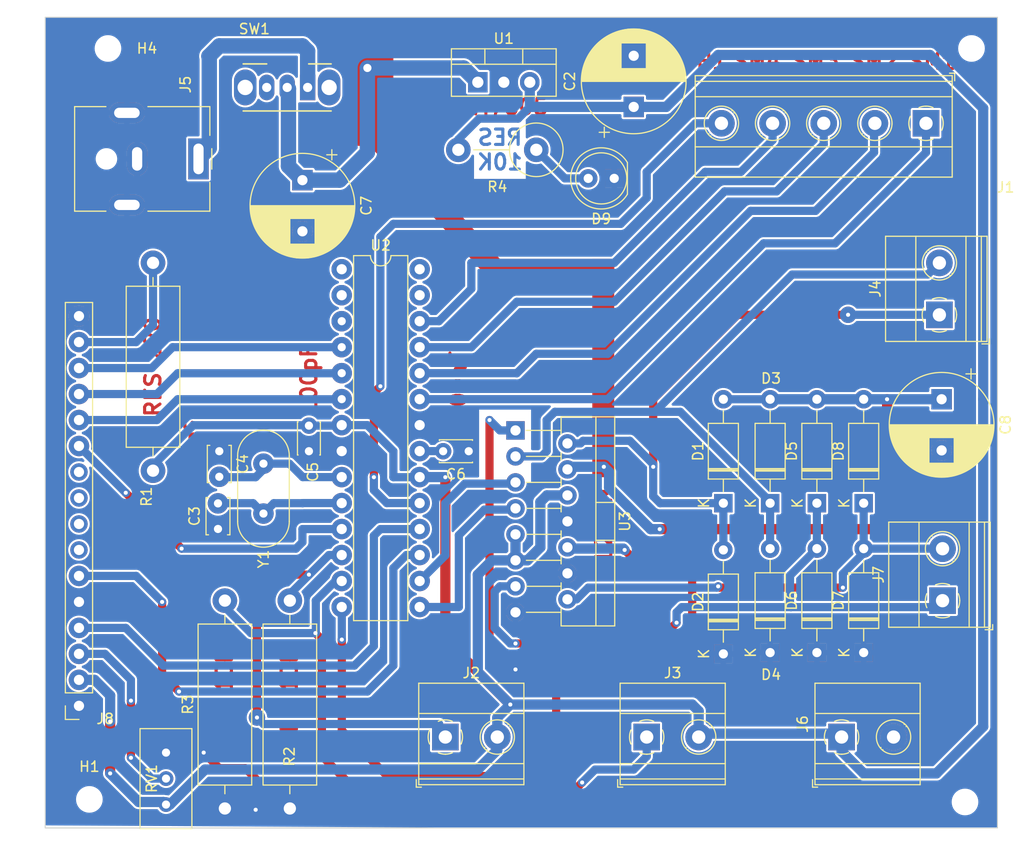
<source format=kicad_pcb>
(kicad_pcb (version 20211014) (generator pcbnew)
  (layers (0 "F.Cu" signal) (31 "B.Cu" signal) (34 "B.Paste" user) (35 "F.Paste" user) (36 "B.SilkS" user "B.Silkscreen") (37 "F.SilkS" user "F.Silkscreen") (38 "B.Mask" user) (39 "F.Mask" user) (44 "Edge.Cuts" user))
  (net 0 "")
  (net 1 "GND")
  (net 2 "+5V")
  (net 3 "D7")
  (net 4 "D6")
  (net 5 "D5")
  (net 6 "D4")
  (net 7 "EN")
  (net 8 "RS")
  (net 9 "+12V")
  (net 10 "Pump")
  (net 11 "Net-(J8-Pad3)")
  (net 16 "Net-(J8-Pad15)")
  (net 19 "Net-(D3-Pad1)")
  (net 20 "H1")
  (net 21 "S1")
  (net 22 "S2")
  (net 23 "S3")
  (net 24 "S4")
  (net 27 "PB7")
  (net 28 "PB6")
  (net 29 "Net-(C6-Pad2)")
  (net 30 "Net-(D5-Pad1)")
  (net 31 "Net-(D1-Pad1)")
  (net 32 "O.L.S")
  (net 33 "C.L.S")
  (net 34 "Net-(D7-Pad2)")
  (net 35 "Motor2")
  (net 36 "Motor1")
  (net 37 "Net-(J5-Pad1)")
  (net 38 "Net-(D9-Pad2)")
  (footprint "TerminalBlock_Phoenix:TerminalBlock_Phoenix_MKDS-1,5-5_1x05_P5.00mm_Horizontal" (layer "F.Cu") (at 203.2 54.305 180)
    (fp_text reference "J1")
    (fp_text value "Screw_Terminal_01x05")
  )
  (footprint "Capacitor_THT:C_Disc_D3.4mm_W2.1mm_P2.50mm" (layer "F.Cu") (at 134.112 86.36 -90)
    (fp_text reference "C4")
    (fp_text value "22pf")
  )
  (footprint "Resistor_THT:R_Axial_DIN0516_L15.5mm_D5.0mm_P20.32mm_Horizontal" (layer "F.Cu") (at 127.635 88.265 90)
    (fp_text reference "R1")
    (fp_text value "220")
  )
  (footprint "MountingHole:MountingHole_2.1mm" (layer "F.Cu") (at 123.23 46.99)
    (fp_text reference "H4")
    (fp_text value "MountingHole")
  )
  (footprint "Resistor_THT:R_Axial_DIN0516_L15.5mm_D5.0mm_P20.32mm_Horizontal" (layer "F.Cu") (at 141.01 121.285 90)
    (fp_text reference "R2")
    (fp_text value "10K")
  )
  (footprint "TerminalBlock_Phoenix:TerminalBlock_Phoenix_MKDS-1,5-2-5.08_1x02_P5.08mm_Horizontal" (layer "F.Cu") (at 156.21 114.3)
    (fp_text reference "J2")
    (fp_text value "Open limit switch")
  )
  (footprint "Diode_THT:D_A-405_P10.16mm_Horizontal" (layer "F.Cu") (at 197.104 106.045 90)
    (fp_text reference "D7")
    (fp_text value "DIODE")
  )
  (footprint "Resistor_THT:R_Axial_DIN0516_L15.5mm_D5.0mm_P20.32mm_Horizontal" (layer "F.Cu") (at 134.66 121.285 90)
    (fp_text reference "R3")
    (fp_text value "10K")
  )
  (footprint "Diode_THT:D_A-405_P10.16mm_Horizontal" (layer "F.Cu") (at 192.532 91.44 90)
    (fp_text reference "D5")
    (fp_text value "DIODE")
  )
  (footprint "Diode_THT:D_A-405_P10.16mm_Horizontal" (layer "F.Cu") (at 192.532 106.045 90)
    (fp_text reference "D6")
    (fp_text value "DIODE")
  )
  (footprint "Capacitor_THT:CP_Radial_D10.0mm_P5.00mm" (layer "F.Cu") (at 142.24 59.862323 -90)
    (fp_text reference "C7")
    (fp_text value "47uF")
  )
  (footprint "Crystal:Crystal_HC49-4H_Vertical" (layer "F.Cu") (at 138.43 92.456 90)
    (fp_text reference "Y1")
    (fp_text value "Crystal")
  )
  (footprint "Diode_THT:D_A-405_P10.16mm_Horizontal" (layer "F.Cu") (at 187.96 91.44 90)
    (fp_text reference "D3")
    (fp_text value "DIODE")
  )
  (footprint "TerminalBlock_Phoenix:TerminalBlock_Phoenix_MKDS-1,5-2-5.08_1x02_P5.08mm_Horizontal" (layer "F.Cu") (at 175.895 114.3)
    (fp_text reference "J3")
    (fp_text value "Close limit switch")
  )
  (footprint "Connector_BarrelJack:BarrelJack_CUI_PJ-063AH_Horizontal" (layer "F.Cu") (at 132.08 57.785 -90)
    (fp_text reference "J5")
    (fp_text value "Barrel_Jack_MountingPin")
  )
  (footprint "Capacitor_THT:C_Disc_D3.0mm_W2.0mm_P2.50mm" (layer "F.Cu") (at 142.875 86.36 90)
    (fp_text reference "C5")
    (fp_text value "100nF")
  )
  (footprint "Capacitor_THT:C_Disc_D3.0mm_W2.0mm_P2.50mm" (layer "F.Cu") (at 158.496 86.36 180)
    (fp_text reference "C6")
    (fp_text value "100nF")
  )
  (footprint "Diode_THT:D_A-405_P10.16mm_Horizontal" (layer "F.Cu") (at 197.104 91.44 90)
    (fp_text reference "D8")
    (fp_text value "DIODE")
  )
  (footprint "TerminalBlock_Phoenix:TerminalBlock_Phoenix_MKDS-1,5-2-5.08_1x02_P5.08mm_Horizontal" (layer "F.Cu") (at 204.505 73.03 90)
    (fp_text reference "J4")
    (fp_text value "MOTOR")
  )
  (footprint "Package_DIP:DIP-28_W7.62mm" (layer "F.Cu") (at 146.08 68.57)
    (fp_text reference "U2")
    (fp_text value "ATmega328P-P")
  )
  (footprint "LED_THT:LED_D5.0mm" (layer "F.Cu") (at 172.72 59.69 180)
    (fp_text reference "D9")
    (fp_text value "LED")
  )
  (footprint "Potentiometer_THT:Potentiometer_Bourns_3296W_Vertical" (layer "F.Cu") (at 128.905 120.904 -90)
    (fp_text reference "RV1")
    (fp_text value "R_Potentiometer")
  )
  (footprint "Diode_THT:D_A-405_P10.16mm_Horizontal" (layer "F.Cu") (at 187.96 106.045 90)
    (fp_text reference "D4")
    (fp_text value "DIODE")
  )
  (footprint "Diode_THT:D_A-405_P10.16mm_Horizontal" (layer "F.Cu") (at 183.388 106.172 90)
    (fp_text reference "D2")
    (fp_text value "DIODE")
  )
  (footprint "Capacitor_THT:CP_Radial_D10.0mm_P5.00mm" (layer "F.Cu") (at 204.724 81.28 -90)
    (fp_text reference "C8")
    (fp_text value "10uF")
  )
  (footprint "Resistor_THT:R_Axial_DIN0516_L15.5mm_D5.0mm_P7.62mm_Vertical" (layer "F.Cu") (at 165.1 56.896 180)
    (fp_text reference "R4")
    (fp_text value "10K")
  )
  (footprint "TerminalBlock_Phoenix:TerminalBlock_Phoenix_MKDS-1,5-2-5.08_1x02_P5.08mm_Horizontal" (layer "F.Cu") (at 204.815 100.97 90)
    (fp_text reference "J7")
    (fp_text value "PUMP")
  )
  (footprint "MountingHole:MountingHole_2.1mm" (layer "F.Cu") (at 207.645 46.99)
    (fp_text reference "H3")
    (fp_text value "MountingHole")
  )
  (footprint "Capacitor_THT:CP_Radial_D10.0mm_P5.00mm" (layer "F.Cu") (at 174.625 52.705 90)
    (fp_text reference "C2")
    (fp_text value "47uF")
  )
  (footprint "Diode_THT:D_A-405_P10.16mm_Horizontal" (layer "F.Cu") (at 183.388 91.44 90)
    (fp_text reference "D1")
    (fp_text value "DIODE")
  )
  (footprint "Package_TO_SOT_THT:TO-220-15_P2.54x2.54mm_StaggerOdd_Lead4.58mm_Vertical" (layer "F.Cu") (at 163.068 84.328 -90)
    (fp_text reference "U3")
    (fp_text value "L298N")
  )
  (footprint "Connector_PinSocket_2.54mm:PinSocket_1x16_P2.54mm_Vertical" (layer "F.Cu") (at 120.396 111.252 180)
    (fp_text reference "J8")
    (fp_text value "Conn_01x16_Female")
  )
  (footprint "Capacitor_THT:C_Disc_D3.4mm_W2.1mm_P2.50mm" (layer "F.Cu") (at 133.985 93.96 90)
    (fp_text reference "C3")
    (fp_text value "22pf")
  )
  (footprint "MountingHole:MountingHole_2.1mm" (layer "F.Cu") (at 121.412 120.396)
    (fp_text reference "H1")
    (fp_text value "MountingHole")
  )
  (footprint "TerminalBlock_Phoenix:TerminalBlock_Phoenix_MKDS-1,5-2-5.08_1x02_P5.08mm_Horizontal" (layer "F.Cu") (at 194.945 114.3)
    (fp_text reference "J6")
    (fp_text value "SENSOR POWER")
  )
  (footprint "MountingHole:MountingHole_2.1mm" (layer "F.Cu") (at 207.01 120.65)
    (fp_text reference "H2")
    (fp_text value "MountingHole")
  )
  (footprint "Package_TO_SOT_THT:TO-220-3_Vertical" (layer "F.Cu") (at 159.385 50.292)
    (fp_text reference "U1")
    (fp_text value "LM78M05_TO220")
  )
  (footprint "Button_Switch_THT:SW_CuK_OS102011MA1QN1_SPDT_Angled" (layer "F.Cu") (at 142.748 50.8 180)
    (fp_text reference "SW1")
    (fp_text value "SW_DIP_x01")
  )
  (gr_rect (start 117.094 43.942) (end 210.185 123.19) (layer "Edge.Cuts") (width 0.1) (fill none))
  (gr_text "100pF\n" (at 142.875 79.375 90) (layer "F.Cu") (effects (font (size 1.5 1.5) (thickness 0.3))))
  (gr_text "SM3\n" (at 192.405 48.26) (layer "F.Cu") (effects (font (size 1.5 1.5) (thickness 0.3))))
  (gr_text "O.L.S\n" (at 159.385 121.92) (layer "F.Cu") (effects (font (size 1.5 1.5) (thickness 0.3))))
  (gr_text "RES 10K" (at 134.62 110.49 90) (layer "F.Cu") (effects (font (size 1.5 1.5) (thickness 0.3))))
  (gr_text "CAP\n47uF\n" (at 170.18 49.53) (layer "F.Cu") (effects (font (size 1.5 1.5) (thickness 0.3))))
  (gr_text "RES 220\n" (at 127.635 78.105 90) (layer "F.Cu") (effects (font (size 1.5 1.5) (thickness 0.3))))
  (gr_text "H1\n" (at 182.245 48.26) (layer "F.Cu") (effects (font (size 1.5 1.5) (thickness 0.3))))
  (gr_text "CAP\n47uF\n" (at 137.795 62.23) (layer "F.Cu") (effects (font (size 1.5 1.5) (thickness 0.3))))
  (gr_text "C.L.S\n" (at 178.308 121.412) (layer "F.Cu") (effects (font (size 1.5 1.5) (thickness 0.3))))
  (gr_text "100nF\n" (at 157.48 80.01 90) (layer "F.Cu") (effects (font (size 1.5 1.5) (thickness 0.3))))
  (gr_text "SM1\n" (at 203.835 48.26) (layer "F.Cu") (effects (font (size 1.5 1.5) (thickness 0.3))))
  (gr_text "22pF\n" (at 131.572 85.852 90) (layer "F.Cu") (effects (font (size 1.5 1.5) (thickness 0.3))))
  (gr_text "PUMP" (at 204.724 105.664 180) (layer "F.Cu") (effects (font (size 1.5 1.5) (thickness 0.3))))
  (gr_text "SM2\n" (at 198.12 48.26) (layer "F.Cu") (effects (font (size 1.5 1.5) (thickness 0.3))))
  (gr_text "CAP\n10uF\n" (at 203.2 90.932 180) (layer "F.Cu") (effects (font (size 1.5 1.5) (thickness 0.3))))
  (gr_text "LM7805\n" (at 161.925 52.705) (layer "F.Cu") (effects (font (size 1.5 1.5) (thickness 0.3))))
  (gr_text "SENSOR POWER\n" (at 195.58 121.92) (layer "F.Cu") (effects (font (size 1.5 1.5) (thickness 0.3))))
  (gr_text "MOTOR\n" (at 204.47 63.5) (layer "F.Cu") (effects (font (size 1.5 1.5) (thickness 0.3))))
  (gr_text "RES 10K" (at 140.97 110.49 90) (layer "F.Cu") (effects (font (size 1.5 1.5) (thickness 0.3))))
  (gr_text "L298N\n" (at 171.704 93.472 90) (layer "F.Cu") (effects (font (size 1.5 1.5) (thickness 0.3))))
  (gr_text "22pF\n" (at 131.572 92.456 90) (layer "F.Cu") (effects (font (size 1.5 1.5) (thickness 0.3))))
  (gr_text "SM4" (at 186.69 48.26) (layer "F.Cu") (effects (font (size 1.5 1.5) (thickness 0.3))))
  (gr_text "RES\n10K" (at 161.544 56.896) (layer "B.Cu") (effects (font (size 1.5 1.5) (thickness 0.3)) (justify mirror)))
  (segment (start 160.528 105.156) (end 160.528 83.312) (width 0.8) (layer "F.Cu") (net 1))
  (segment (start 136.652 117.348) (end 137.668 118.364) (width 0.8) (layer "F.Cu") (net 1))
  (segment (start 132.588 115.824) (end 134.112 117.348) (width 0.8) (layer "F.Cu") (net 1))
  (segment (start 163.068 107.696) (end 160.528 105.156) (width 0.8) (layer "F.Cu") (net 1))
  (segment (start 137.668 118.364) (end 137.668 121.412) (width 0.8) (layer "F.Cu") (net 1))
  (segment (start 134.112 117.348) (end 136.652 117.348) (width 0.8) (layer "F.Cu") (net 1))
  (via (at 163.068 107.696) (size 0.8) (drill 0.4) (layers "F.Cu" "B.Cu") (net 1))
  (via (at 160.528 83.312) (size 0.8) (drill 0.4) (layers "F.Cu" "B.Cu") (net 1))
  (via (at 132.588 115.824) (size 0.8) (drill 0.4) (layers "F.Cu" "B.Cu") (net 1))
  (via (at 137.668 121.412) (size 0.8) (drill 0.4) (layers "F.Cu" "B.Cu") (net 1))
  (segment (start 163.068 107.696) (end 164.592 107.696) (width 0.8) (layer "B.Cu") (net 1))
  (segment (start 133.584 93.96) (end 133.985 93.96) (width 1) (layer "B.Cu") (net 1))
  (segment (start 164.592 107.696) (end 165.1 107.188) (width 0.8) (layer "B.Cu") (net 1))
  (segment (start 137.541 121.285) (end 137.668 121.412) (width 0.8) (layer "B.Cu") (net 1))
  (segment (start 161.544 84.328) (end 160.528 83.312) (width 0.8) (layer "B.Cu") (net 1))
  (segment (start 165.1 103.124) (end 164.084 102.108) (width 0.8) (layer "B.Cu") (net 1))
  (segment (start 165.1 107.188) (end 165.1 103.124) (width 0.8) (layer "B.Cu") (net 1))
  (segment (start 134.66 121.285) (end 137.541 121.285) (width 0.8) (layer "B.Cu") (net 1))
  (segment (start 164.084 102.108) (end 163.068 102.108) (width 0.8) (layer "B.Cu") (net 1))
  (segment (start 163.068 84.328) (end 161.544 84.328) (width 0.8) (layer "B.Cu") (net 1))
  (segment (start 132.588 115.824) (end 128.905 115.824) (width 0.8) (layer "B.Cu") (net 1))
  (segment (start 156.21 88.9) (end 156.21 104.775) (width 1) (layer "F.Cu") (net 2))
  (segment (start 156.21 104.775) (end 162.56 111.125) (width 1) (layer "F.Cu") (net 2))
  (segment (start 123.444 112.776) (end 123.444 117.856) (width 1) (layer "F.Cu") (net 2))
  (via (at 123.444 117.856) (size 0.8) (drill 0.4) (layers "F.Cu" "B.Cu") (net 2))
  (via (at 123.444 112.776) (size 0.8) (drill 0.4) (layers "F.Cu" "B.Cu") (net 2))
  (via (at 162.56 111.125) (size 0.8) (drill 0.4) (layers "F.Cu" "B.Cu") (net 2))
  (via (at 156.21 88.9) (size 0.8) (drill 0.4) (layers "F.Cu" "B.Cu") (net 2))
  (segment (start 131.572 83.82) (end 142.835 83.82) (width 0.8) (layer "B.Cu") (net 2))
  (segment (start 159.512 53.848) (end 163.322 53.848) (width 0.8) (layer "B.Cu") (net 2))
  (segment (start 194.945 115.697) (end 197.104 117.856) (width 1) (layer "B.Cu") (net 2))
  (segment (start 159.385 107.95) (end 162.56 111.125) (width 1) (layer "B.Cu") (net 2))
  (segment (start 146.08 83.81) (end 148.58 83.81) (width 0.8) (layer "B.Cu") (net 2))
  (segment (start 161.29 115.57) (end 159.385 117.475) (width 1) (layer "B.Cu") (net 2))
  (segment (start 208.788 52.832) (end 208.788 81.28) (width 1) (layer "B.Cu") (net 2))
  (segment (start 163.322 53.848) (end 164.465 52.705) (width 0.8) (layer "B.Cu") (net 2))
  (segment (start 181.305 113.97) (end 180.975 114.3) (width 0.8) (layer "B.Cu") (net 2))
  (segment (start 161.29 114.3) (end 161.29 112.395) (width 1) (layer "B.Cu") (net 2))
  (segment (start 157.48 56.896) (end 157.48 55.88) (width 0.8) (layer "B.Cu") (net 2))
  (segment (start 194.945 114.3) (end 194.615 113.97) (width 0.8) (layer "B.Cu") (net 2))
  (segment (start 146.03 83.86) (end 146.08 83.81) (width 0.8) (layer "B.Cu") (net 2))
  (segment (start 159.385 117.475) (end 132.715 117.475) (width 1) (layer "B.Cu") (net 2))
  (segment (start 142.835 83.82) (end 142.875 83.86) (width 0.8) (layer "B.Cu") (net 2))
  (segment (start 180.34 111.125) (end 180.975 111.76) (width 1) (layer "B.Cu") (net 2))
  (segment (start 132.715 117.475) (end 129.286 120.904) (width 1) (layer "B.Cu") (net 2))
  (segment (start 163.068 97.028) (end 164.233 97.028) (width 1) (layer "B.Cu") (net 2))
  (segment (start 168.148 90.678) (end 168.402 90.932) (width 1) (layer "B.Cu") (net 2))
  (segment (start 208.788 113.284) (end 208.788 81.28) (width 1) (layer "B.Cu") (net 2))
  (segment (start 194.615 113.97) (end 181.305 113.97) (width 1) (layer "B.Cu") (net 2))
  (segment (start 180.975 111.76) (end 180.975 114.3) (width 1) (layer "B.Cu") (net 2))
  (segment (start 159.385 98.425) (end 159.385 107.95) (width 1) (layer "B.Cu") (net 2))
  (segment (start 204.216 117.856) (end 208.788 113.284) (width 1) (layer "B.Cu") (net 2))
  (segment (start 151.13 86.36) (end 151.13 88.9) (width 0.8) (layer "B.Cu") (net 2))
  (segment (start 160.782 97.028) (end 159.385 98.425) (width 1) (layer "B.Cu") (net 2))
  (segment (start 163.068 97.028) (end 160.782 97.028) (width 1) (layer "B.Cu") (net 2))
  (segment (start 174.625 52.705) (end 177.8 52.705) (width 1) (layer "B.Cu") (net 2))
  (segment (start 157.48 55.88) (end 159.512 53.848) (width 0.8) (layer "B.Cu") (net 2))
  (segment (start 126.238 120.65) (end 128.651 120.65) (width 1) (layer "B.Cu") (net 2))
  (segment (start 182.88 47.625) (end 203.581 47.625) (width 1) (layer "B.Cu") (net 2))
  (segment (start 177.8 52.705) (end 182.88 47.625) (width 1) (layer "B.Cu") (net 2))
  (segment (start 128.651 120.65) (end 128.905 120.904) (width 1) (layer "B.Cu") (net 2))
  (segment (start 164.465 52.705) (end 174.625 52.705) (width 1) (layer "B.Cu") (net 2))
  (segment (start 127.635 87.757) (end 131.572 83.82) (width 0.8) (layer "B.Cu") (net 2))
  (segment (start 156.2 88.89) (end 153.7 88.89) (width 1) (layer "B.Cu") (net 2))
  (segment (start 127.635 88.265) (end 127.635 87.757) (width 0.8) (layer "B.Cu") (net 2))
  (segment (start 164.233 97.028) (end 165.498 95.763) (width 1) (layer "B.Cu") (net 2))
  (segment (start 153.69 88.9) (end 153.7 88.89) (width 0.8) (layer "B.Cu") (net 2))
  (segment (start 164.465 50.292) (end 164.465 52.705) (width 1) (layer "B.Cu") (net 2))
  (segment (start 156.21 88.9) (end 156.2 88.89) (width 0.8) (layer "B.Cu") (net 2))
  (segment (start 166.138 90.678) (end 168.148 90.678) (width 1) (layer "B.Cu") (net 2))
  (segment (start 123.444 112.776) (end 123.444 110.236) (width 1) (layer "B.Cu") (net 2))
  (segment (start 165.498 95.763) (end 165.498 91.318) (width 1) (layer "B.Cu") (net 2))
  (segment (start 165.498 91.318) (end 166.138 90.678) (width 1) (layer "B.Cu") (net 2))
  (segment (start 161.29 114.3) (end 161.29 115.57) (width 1) (layer "B.Cu") (net 2))
  (segment (start 123.444 110.236) (end 121.92 108.712) (width 1) (layer "B.Cu") (net 2))
  (segment (start 161.29 112.395) (end 162.56 111.125) (width 1) (layer "B.Cu") (net 2))
  (segment (start 163.068 97.028) (end 163.068 94.488) (width 1) (layer "B.Cu") (net 2))
  (segment (start 123.444 117.856) (end 126.238 120.65) (width 1) (layer "B.Cu") (net 2))
  (segment (start 129.286 120.904) (end 128.905 120.904) (width 1) (layer "B.Cu") (net 2))
  (segment (start 151.13 88.9) (end 153.69 88.9) (width 0.8) (layer "B.Cu") (net 2))
  (segment (start 148.58 83.81) (end 151.13 86.36) (width 0.8) (layer "B.Cu") (net 2))
  (segment (start 203.581 47.625) (end 208.788 52.832) (width 1) (layer "B.Cu") (net 2))
  (segment (start 194.945 114.3) (end 194.945 115.697) (width 1) (layer "B.Cu") (net 2))
  (segment (start 142.875 83.86) (end 146.03 83.86) (width 0.8) (layer "B.Cu") (net 2))
  (segment (start 197.104 117.856) (end 204.216 117.856) (width 1) (layer "B.Cu") (net 2))
  (segment (start 162.56 111.125) (end 180.34 111.125) (width 1) (layer "B.Cu") (net 2))
  (segment (start 121.92 108.712) (end 120.396 108.712) (width 1) (layer "B.Cu") (net 2))
  (segment (start 127.508 78.232) (end 129.55 76.19) (width 0.8) (layer "B.Cu") (net 3))
  (segment (start 120.396 78.232) (end 127.508 78.232) (width 0.8) (layer "B.Cu") (net 3))
  (segment (start 129.55 76.19) (end 146.08 76.19) (width 0.8) (layer "B.Cu") (net 3))
  (segment (start 130.048 78.74) (end 146.07 78.74) (width 0.8) (layer "B.Cu") (net 4))
  (segment (start 146.07 78.74) (end 146.08 78.73) (width 0.8) (layer "B.Cu") (net 4))
  (segment (start 120.396 80.772) (end 128.016 80.772) (width 0.8) (layer "B.Cu") (net 4))
  (segment (start 128.016 80.772) (end 130.048 78.74) (width 0.8) (layer "B.Cu") (net 4))
  (segment (start 128.016 83.312) (end 130.048 81.28) (width 0.8) (layer "B.Cu") (net 5))
  (segment (start 120.396 83.312) (end 128.016 83.312) (width 0.8) (layer "B.Cu") (net 5))
  (segment (start 130.048 81.28) (end 146.07 81.28) (width 0.8) (layer "B.Cu") (net 5))
  (segment (start 146.07 81.28) (end 146.08 81.27) (width 0.8) (layer "B.Cu") (net 5))
  (segment (start 124.968 90.424) (end 130.429 95.885) (width 0.8) (layer "F.Cu") (net 6))
  (via (at 124.968 90.424) (size 0.8) (drill 0.4) (layers "F.Cu" "B.Cu") (net 6))
  (via (at 130.429 95.885) (size 0.8) (drill 0.4) (layers "F.Cu" "B.Cu") (net 6))
  (segment (start 120.396 85.852) (end 124.968 90.424) (width 0.8) (layer "B.Cu") (net 6))
  (segment (start 141.605 95.885) (end 142.24 95.25) (width 0.8) (layer "B.Cu") (net 6))
  (segment (start 130.429 95.885) (end 141.605 95.885) (width 0.8) (layer "B.Cu") (net 6))
  (segment (start 142.24 93.98) (end 142.25 93.97) (width 0.8) (layer "B.Cu") (net 6))
  (segment (start 142.25 93.97) (end 146.08 93.97) (width 0.8) (layer "B.Cu") (net 6))
  (segment (start 142.24 95.25) (end 142.24 93.98) (width 0.8) (layer "B.Cu") (net 6))
  (segment (start 128.524 101.092) (end 128.524 108.204) (width 0.8) (layer "F.Cu") (net 7))
  (segment (start 128.524 108.204) (end 130.175 109.855) (width 0.8) (layer "F.Cu") (net 7))
  (via (at 128.524 101.092) (size 0.8) (drill 0.4) (layers "F.Cu" "B.Cu") (net 7))
  (via (at 130.175 109.855) (size 0.8) (drill 0.4) (layers "F.Cu" "B.Cu") (net 7))
  (segment (start 125.984 98.552) (end 120.396 98.552) (width 0.8) (layer "B.Cu") (net 7))
  (segment (start 128.524 101.092) (end 125.984 98.552) (width 0.8) (layer "B.Cu") (net 7))
  (segment (start 152.41 96.51) (end 153.7 96.51) (width 0.8) (layer "B.Cu") (net 7))
  (segment (start 151.13 107.315) (end 151.13 97.79) (width 0.8) (layer "B.Cu") (net 7))
  (segment (start 148.59 109.855) (end 151.13 107.315) (width 0.8) (layer "B.Cu") (net 7))
  (segment (start 130.175 109.855) (end 148.59 109.855) (width 0.8) (layer "B.Cu") (net 7))
  (segment (start 151.13 97.79) (end 152.41 96.51) (width 0.8) (layer "B.Cu") (net 7))
  (segment (start 149.87 93.97) (end 153.7 93.97) (width 0.8) (layer "B.Cu") (net 8))
  (segment (start 149.225 105.41) (end 149.225 94.615) (width 0.8) (layer "B.Cu") (net 8))
  (segment (start 128.651 107.315) (end 147.32 107.315) (width 0.8) (layer "B.Cu") (net 8))
  (segment (start 147.32 107.315) (end 149.225 105.41) (width 0.8) (layer "B.Cu") (net 8))
  (segment (start 149.225 94.615) (end 149.87 93.97) (width 0.8) (layer "B.Cu") (net 8))
  (segment (start 124.968 103.632) (end 128.651 107.315) (width 0.8) (layer "B.Cu") (net 8))
  (segment (start 120.396 103.632) (end 124.968 103.632) (width 0.8) (layer "B.Cu") (net 8))
  (segment (start 199.39 93.98) (end 177.165 93.98) (width 1) (layer "F.Cu") (net 9))
  (segment (start 199.39 81.28) (end 199.39 93.98) (width 1) (layer "F.Cu") (net 9))
  (via (at 177.165 93.98) (size 0.8) (drill 0.4) (layers "F.Cu" "B.Cu") (net 9))
  (via (at 148.59 48.895) (size 1.5) (drill 0.8) (layers "F.Cu" "B.Cu") (net 9))
  (via (at 199.39 81.28) (size 0.8) (drill 0.4) (layers "F.Cu" "B.Cu") (net 9))
  (via (at 171.704 87.884) (size 0.8) (drill 0.4) (layers "F.Cu" "B.Cu") (net 9))
  (segment (start 140.748 50.8) (end 140.875 50.927) (width 1.5) (layer "B.Cu") (net 9))
  (segment (start 140.875 50.927) (end 140.875 58.497323) (width 1.5) (layer "B.Cu") (net 9))
  (segment (start 197.104 81.28) (end 204.724 81.28) (width 1) (layer "B.Cu") (net 9))
  (segment (start 168.402 87.884) (end 168.148 88.138) (width 1) (layer "B.Cu") (net 9))
  (segment (start 176.276 93.98) (end 177.165 93.98) (width 1) (layer "B.Cu") (net 9))
  (segment (start 148.59 48.895) (end 157.988 48.895) (width 1.5) (layer "B.Cu") (net 9))
  (segment (start 172.212 89.916) (end 176.276 93.98) (width 1) (layer "B.Cu") (net 9))
  (segment (start 171.704 87.884) (end 172.212 88.392) (width 1) (layer "B.Cu") (net 9))
  (segment (start 172.212 88.392) (end 172.212 89.916) (width 1) (layer "B.Cu") (net 9))
  (segment (start 157.988 48.895) (end 159.385 50.292) (width 1.5) (layer "B.Cu") (net 9))
  (segment (start 145.877677 59.862323) (end 148.59 57.15) (width 1.5) (layer "B.Cu") (net 9))
  (segment (start 197.104 81.28) (end 192.532 81.28) (width 1) (layer "B.Cu") (net 9))
  (segment (start 171.704 87.884) (end 168.402 87.884) (width 1) (layer "B.Cu") (net 9))
  (segment (start 140.875 58.497323) (end 142.24 59.862323) (width 1.5) (layer "B.Cu") (net 9))
  (segment (start 187.96 81.28) (end 192.532 81.28) (width 1) (layer "B.Cu") (net 9))
  (segment (start 142.24 59.862323) (end 145.877677 59.862323) (width 1.5) (layer "B.Cu") (net 9))
  (segment (start 168.27 88.26) (end 168.148 88.138) (width 1) (layer "B.Cu") (net 9))
  (segment (start 168.5 88.26) (end 168.27 88.26) (width 1) (layer "B.Cu") (net 9))
  (segment (start 183.388 81.28) (end 187.96 81.28) (width 0.8) (layer "B.Cu") (net 9))
  (segment (start 148.59 57.15) (end 148.59 48.895) (width 1.5) (layer "B.Cu") (net 9))
  (segment (start 146.09 113.665) (end 146.09 104.775) (width 0.8) (layer "F.Cu") (net 10))
  (segment (start 180.34 97.536) (end 180.34 104.14) (width 0.8) (layer "F.Cu") (net 10))
  (segment (start 173.736 96.012) (end 174.752 97.028) (width 0.8) (layer "F.Cu") (net 10))
  (segment (start 167.045 107.95) (end 167.045 117.475) (width 0.8) (layer "F.Cu") (net 10))
  (segment (start 174.752 97.028) (end 179.832 97.028) (width 0.8) (layer "F.Cu") (net 10))
  (segment (start 179.832 97.028) (end 180.34 97.536) (width 0.8) (layer "F.Cu") (net 10))
  (segment (start 176.53 107.95) (end 167.045 107.95) (width 0.8) (layer "F.Cu") (net 10))
  (segment (start 180.34 104.14) (end 176.53 107.95) (width 0.8) (layer "F.Cu") (net 10))
  (segment (start 150.535 118.11) (end 146.09 113.665) (width 0.8) (layer "F.Cu") (net 10))
  (segment (start 167.045 117.475) (end 166.41 118.11) (width 0.8) (layer "F.Cu") (net 10))
  (segment (start 166.41 118.11) (end 150.535 118.11) (width 0.8) (layer "F.Cu") (net 10))
  (via (at 146.09 104.775) (size 0.8) (drill 0.4) (layers "F.Cu" "B.Cu") (net 10))
  (via (at 173.736 96.012) (size 0.8) (drill 0.4) (layers "F.Cu" "B.Cu") (net 10))
  (segment (start 173.736 96.012) (end 173.604 95.88) (width 1) (layer "B.Cu") (net 10))
  (segment (start 146.08 101.59) (end 146.09 101.6) (width 0.8) (layer "B.Cu") (net 10))
  (segment (start 168.27 95.88) (end 168.148 95.758) (width 1) (layer "B.Cu") (net 10))
  (segment (start 173.604 95.88) (end 168.27 95.88) (width 1) (layer "B.Cu") (net 10))
  (segment (start 146.09 101.6) (end 146.09 104.775) (width 0.8) (layer "B.Cu") (net 10))
  (segment (start 125.476 110.744) (end 125.476 116.332) (width 0.8) (layer "F.Cu") (net 11))
  (via (at 125.476 110.744) (size 0.8) (drill 0.4) (layers "F.Cu" "B.Cu") (net 11))
  (via (at 125.476 116.332) (size 0.8) (drill 0.4) (layers "F.Cu" "B.Cu") (net 11))
  (segment (start 127.508 118.364) (end 128.905 118.364) (width 0.8) (layer "B.Cu") (net 11))
  (segment (start 125.476 116.332) (end 127.508 118.364) (width 0.8) (layer "B.Cu") (net 11))
  (segment (start 125.476 108.712) (end 122.936 106.172) (width 0.8) (layer "B.Cu") (net 11))
  (segment (start 122.936 106.172) (end 120.396 106.172) (width 0.8) (layer "B.Cu") (net 11))
  (segment (start 125.476 110.744) (end 125.476 108.712) (width 0.8) (layer "B.Cu") (net 11))
  (segment (start 127.635 74.041) (end 127.635 67.945) (width 0.8) (layer "B.Cu") (net 16))
  (segment (start 125.984 75.692) (end 127.635 74.041) (width 0.8) (layer "B.Cu") (net 16))
  (segment (start 120.396 75.692) (end 125.984 75.692) (width 0.8) (layer "B.Cu") (net 16))
  (segment (start 166.116 86.36) (end 166.116 83.312) (width 0.8) (layer "B.Cu") (net 19))
  (segment (start 187.96 91.293) (end 187.96 91.44) (width 0.8) (layer "B.Cu") (net 19))
  (segment (start 165.608 86.868) (end 166.116 86.36) (width 0.8) (layer "B.Cu") (net 19))
  (segment (start 166.918 82.51) (end 176.57 82.51) (width 0.8) (layer "B.Cu") (net 19))
  (segment (start 166.116 83.312) (end 166.918 82.51) (width 0.8) (layer "B.Cu") (net 19))
  (segment (start 176.57 82.51) (end 179.177 82.51) (width 0.8) (layer "B.Cu") (net 19))
  (segment (start 187.96 91.44) (end 187.96 95.885) (width 0.8) (layer "B.Cu") (net 19))
  (segment (start 204.505 67.95) (end 203.367 69.088) (width 0.8) (layer "B.Cu") (net 19))
  (segment (start 163.068 86.868) (end 165.608 86.868) (width 0.8) (layer "B.Cu") (net 19))
  (segment (start 176.697 82.51) (end 176.57 82.51) (width 0.8) (layer "B.Cu") (net 19))
  (segment (start 190.119 69.088) (end 176.697 82.51) (width 0.8) (layer "B.Cu") (net 19))
  (segment (start 179.177 82.51) (end 187.96 91.293) (width 0.8) (layer "B.Cu") (net 19))
  (segment (start 203.367 69.088) (end 190.119 69.088) (width 0.8) (layer "B.Cu") (net 19))
  (segment (start 149.225 80.645) (end 149.86 80.01) (width 0.8) (layer "F.Cu") (net 20))
  (segment (start 149.225 88.9) (end 149.225 80.645) (width 0.8) (layer "F.Cu") (net 20))
  (via (at 149.86 80.01) (size 0.8) (drill 0.4) (layers "F.Cu" "B.Cu") (net 20))
  (via (at 149.225 88.9) (size 0.8) (drill 0.4) (layers "F.Cu" "B.Cu") (net 20))
  (segment (start 151.13 64.135) (end 149.86 65.405) (width 0.8) (layer "B.Cu") (net 20))
  (segment (start 150.485 91.43) (end 149.225 90.17) (width 0.8) (layer "B.Cu") (net 20))
  (segment (start 175.91 59.055) (end 175.895 59.055) (width 0.8) (layer "B.Cu") (net 20))
  (segment (start 175.895 59.055) (end 175.895 61.595) (width 0.8) (layer "B.Cu") (net 20))
  (segment (start 183.2 54.305) (end 180.66 54.305) (width 0.8) (layer "B.Cu") (net 20))
  (segment (start 175.895 61.595) (end 173.355 64.135) (width 0.8) (layer "B.Cu") (net 20))
  (segment (start 180.66 54.305) (end 175.91 59.055) (width 0.8) (layer "B.Cu") (net 20))
  (segment (start 149.86 65.405) (end 149.86 80.01) (width 0.8) (layer "B.Cu") (net 20))
  (segment (start 151.13 64.135) (end 173.355 64.135) (width 0.8) (layer "B.Cu") (net 20))
  (segment (start 153.7 91.43) (end 150.485 91.43) (width 0.8) (layer "B.Cu") (net 20))
  (segment (start 149.225 90.17) (end 149.225 88.9) (width 0.8) (layer "B.Cu") (net 20))
  (segment (start 194.31 66.04) (end 203.2 57.15) (width 0.8) (layer "B.Cu") (net 21))
  (segment (start 187.325 66.04) (end 194.31 66.04) (width 0.8) (layer "B.Cu") (net 21))
  (segment (start 203.2 57.15) (end 203.2 54.305) (width 0.8) (layer "B.Cu") (net 21))
  (segment (start 153.7 81.27) (end 172.095 81.27) (width 0.8) (layer "B.Cu") (net 21))
  (segment (start 172.095 81.27) (end 187.325 66.04) (width 0.8) (layer "B.Cu") (net 21))
  (segment (start 163.195 78.74) (end 165.1 76.835) (width 0.8) (layer "B.Cu") (net 22))
  (segment (start 172.085 76.835) (end 186.055 62.865) (width 0.8) (layer "B.Cu") (net 22))
  (segment (start 192.405 62.865) (end 198.12 57.15) (width 0.8) (layer "B.Cu") (net 22))
  (segment (start 165.1 76.835) (end 172.085 76.835) (width 0.8) (layer "B.Cu") (net 22))
  (segment (start 198.12 54.385) (end 198.2 54.305) (width 0.8) (layer "B.Cu") (net 22))
  (segment (start 163.185 78.73) (end 163.195 78.74) (width 0.8) (layer "B.Cu") (net 22))
  (segment (start 186.055 62.865) (end 192.405 62.865) (width 0.8) (layer "B.Cu") (net 22))
  (segment (start 153.7 78.73) (end 163.185 78.73) (width 0.8) (layer "B.Cu") (net 22))
  (segment (start 198.12 57.15) (end 198.12 54.385) (width 0.8) (layer "B.Cu") (net 22))
  (segment (start 153.7 76.19) (end 158.76 76.19) (width 0.8) (layer "B.Cu") (net 23))
  (segment (start 188.595 60.96) (end 193.2 56.355) (width 0.8) (layer "B.Cu") (net 23))
  (segment (start 183.515 60.96) (end 188.595 60.96) (width 0.8) (layer "B.Cu") (net 23))
  (segment (start 193.2 56.355) (end 193.2 54.305) (width 0.8) (layer "B.Cu") (net 23))
  (segment (start 172.72 71.755) (end 183.515 60.96) (width 0.8) (layer "B.Cu") (net 23))
  (segment (start 163.195 71.755) (end 172.72 71.755) (width 0.8) (layer "B.Cu") (net 23))
  (segment (start 158.76 76.19) (end 163.195 71.755) (width 0.8) (layer "B.Cu") (net 23))
  (segment (start 188.2 55.9575) (end 188.2 54.305) (width 0.8) (layer "B.Cu") (net 24))
  (segment (start 153.7 73.65) (end 155.585 73.65) (width 0.8) (layer "B.Cu") (net 24))
  (segment (start 158.75 67.945) (end 172.72 67.945) (width 0.8) (layer "B.Cu") (net 24))
  (segment (start 155.585 73.65) (end 158.75 70.485) (width 0.8) (layer "B.Cu") (net 24))
  (segment (start 172.72 67.945) (end 181.61 59.055) (width 0.8) (layer "B.Cu") (net 24))
  (segment (start 185.1025 59.055) (end 188.2 55.9575) (width 0.8) (layer "B.Cu") (net 24))
  (segment (start 158.75 70.485) (end 158.75 67.945) (width 0.8) (layer "B.Cu") (net 24))
  (segment (start 181.61 59.055) (end 185.1025 59.055) (width 0.8) (layer "B.Cu") (net 24))
  (segment (start 146.08 91.43) (end 142.27 91.43) (width 0.8) (layer "B.Cu") (net 27))
  (segment (start 134.005 91.44) (end 133.985 91.46) (width 0.8) (layer "B.Cu") (net 27))
  (segment (start 139.446 91.44) (end 138.43 92.456) (width 0.8) (layer "B.Cu") (net 27))
  (segment (start 142.26 91.44) (end 139.446 91.44) (width 0.8) (layer "B.Cu") (net 27))
  (segment (start 137.414 91.44) (end 134.005 91.44) (width 0.8) (layer "B.Cu") (net 27))
  (segment (start 138.43 92.456) (end 137.414 91.44) (width 0.8) (layer "B.Cu") (net 27))
  (segment (start 142.27 91.43) (end 142.26 91.44) (width 0.8) (layer "B.Cu") (net 27))
  (segment (start 137.668 88.9) (end 134.152 88.9) (width 0.8) (layer "B.Cu") (net 28))
  (segment (start 146.08 88.89) (end 142.27 88.89) (width 0.8) (layer "B.Cu") (net 28))
  (segment (start 142.27 88.89) (end 140.956 87.576) (width 0.8) (layer "B.Cu") (net 28))
  (segment (start 138.43 88.138) (end 137.668 88.9) (width 0.8) (layer "B.Cu") (net 28))
  (segment (start 138.43 87.576) (end 138.43 88.138) (width 0.8) (layer "B.Cu") (net 28))
  (segment (start 140.956 87.576) (end 138.43 87.576) (width 0.8) (layer "B.Cu") (net 28))
  (segment (start 134.152 88.9) (end 134.112 88.86) (width 0.8) (layer "B.Cu") (net 28))
  (segment (start 153.7 86.35) (end 155.986 86.35) (width 0.8) (layer "B.Cu") (net 29))
  (segment (start 155.986 86.35) (end 155.996 86.36) (width 0.8) (layer "B.Cu") (net 29))
  (segment (start 163.068 105.156) (end 176.784 105.156) (width 0.8) (layer "F.Cu") (net 30))
  (segment (start 176.784 105.156) (end 178.816 103.124) (width 0.8) (layer "F.Cu") (net 30))
  (via (at 178.816 103.124) (size 0.8) (drill 0.4) (layers "F.Cu" "B.Cu") (net 30))
  (via (at 163.068 105.156) (size 0.8) (drill 0.4) (layers "F.Cu" "B.Cu") (net 30))
  (segment (start 161.036 103.632) (end 161.036 100.076) (width 0.8) (layer "B.Cu") (net 30))
  (segment (start 189.905 98.512) (end 192.532 95.885) (width 0.8) (layer "B.Cu") (net 30))
  (segment (start 163.068 105.156) (end 162.56 105.156) (width 0.8) (layer "B.Cu") (net 30))
  (segment (start 189.905 101.513) (end 189.992 101.6) (width 0.8) (layer "B.Cu") (net 30))
  (segment (start 161.544 99.568) (end 163.068 99.568) (width 0.8) (layer "B.Cu") (net 30))
  (segment (start 161.036 100.076) (end 161.544 99.568) (width 0.8) (layer "B.Cu") (net 30))
  (segment (start 192.532 95.885) (end 192.532 90.932) (width 0.8) (layer "B.Cu") (net 30))
  (segment (start 179.324 101.6) (end 189.992 101.6) (width 0.8) (layer "B.Cu") (net 30))
  (segment (start 178.816 102.108) (end 179.324 101.6) (width 0.8) (layer "B.Cu") (net 30))
  (segment (start 204.185 101.6) (end 204.815 100.97) (width 0.8) (layer "B.Cu") (net 30))
  (segment (start 189.905 98.512) (end 189.905 101.513) (width 0.8) (layer "B.Cu") (net 30))
  (segment (start 189.992 101.6) (end 204.185 101.6) (width 0.8) (layer "B.Cu") (net 30))
  (segment (start 178.816 103.124) (end 178.816 102.108) (width 0.8) (layer "B.Cu") (net 30))
  (segment (start 162.56 105.156) (end 161.036 103.632) (width 0.8) (layer "B.Cu") (net 30))
  (segment (start 176.53 87.884) (end 176.53 81.28) (width 0.8) (layer "F.Cu") (net 31))
  (segment (start 184.785 73.025) (end 195.58 73.025) (width 0.8) (layer "F.Cu") (net 31))
  (segment (start 176.53 81.28) (end 184.785 73.025) (width 0.8) (layer "F.Cu") (net 31))
  (via (at 176.53 87.884) (size 0.8) (drill 0.4) (layers "F.Cu" "B.Cu") (net 31))
  (via (at 195.58 73.025) (size 1.6) (drill 0.4) (layers "F.Cu" "B.Cu") (net 31))
  (segment (start 183.388 96.012) (end 183.388 91.44) (width 0.8) (layer "B.Cu") (net 31))
  (segment (start 176.53 87.63) (end 176.53 87.884) (width 0.8) (layer "B.Cu") (net 31))
  (segment (start 176.53 87.884) (end 176.53 90.765) (width 0.8) (layer "B.Cu") (net 31))
  (segment (start 195.58 73.025) (end 204.5 73.025) (width 0.8) (layer "B.Cu") (net 31))
  (segment (start 177.205 91.44) (end 183.388 91.44) (width 0.8) (layer "B.Cu") (net 31))
  (segment (start 174.244 85.344) (end 176.53 87.63) (width 0.8) (layer "B.Cu") (net 31))
  (segment (start 176.53 90.765) (end 177.205 91.44) (width 0.8) (layer "B.Cu") (net 31))
  (segment (start 169.418 85.598) (end 169.672 85.344) (width 0.8) (layer "B.Cu") (net 31))
  (segment (start 204.5 73.025) (end 204.505 73.03) (width 0.8) (layer "B.Cu") (net 31))
  (segment (start 168.402 85.852) (end 168.148 85.598) (width 0.8) (layer "B.Cu") (net 31))
  (segment (start 169.672 85.344) (end 174.244 85.344) (width 0.8) (layer "B.Cu") (net 31))
  (segment (start 168.148 85.598) (end 169.418 85.598) (width 0.8) (layer "B.Cu") (net 31))
  (segment (start 138.43 98.425) (end 142.875 98.425) (width 0.8) (layer "F.Cu") (net 32))
  (segment (start 137.795 99.06) (end 138.43 98.425) (width 0.8) (layer "F.Cu") (net 32))
  (segment (start 137.795 112.395) (end 137.795 99.06) (width 0.8) (layer "F.Cu") (net 32))
  (via (at 142.875 98.425) (size 0.8) (drill 0.4) (layers "F.Cu" "B.Cu") (net 32))
  (via (at 137.795 112.395) (size 1.6) (drill 0.4) (layers "F.Cu" "B.Cu") (net 32))
  (segment (start 137.795 112.395) (end 138.43 113.03) (width 0.8) (layer "B.Cu") (net 32))
  (segment (start 144.83 96.51) (end 146.08 96.51) (width 0.8) (layer "B.Cu") (net 32))
  (segment (start 138.43 113.03) (end 155.615 113.03) (width 0.8) (layer "B.Cu") (net 32))
  (segment (start 141.01 100.33) (end 144.83 96.51) (width 0.8) (layer "B.Cu") (net 32))
  (segment (start 141.01 100.965) (end 141.01 100.33) (width 0.8) (layer "B.Cu") (net 32))
  (segment (start 168.315 120.015) (end 169.585 118.745) (width 0.8) (layer "F.Cu") (net 33))
  (segment (start 144.145 116.165) (end 147.995 120.015) (width 0.8) (layer "F.Cu") (net 33))
  (segment (start 143.51 104.14) (end 144.145 104.775) (width 0.8) (layer "F.Cu") (net 33))
  (segment (start 147.995 120.015) (end 168.315 120.015) (width 0.8) (layer "F.Cu") (net 33))
  (segment (start 144.145 104.775) (end 144.145 116.165) (width 0.8) (layer "F.Cu") (net 33))
  (via (at 143.51 104.14) (size 0.8) (drill 0.4) (layers "F.Cu" "B.Cu") (net 33))
  (via (at 169.585 118.745) (size 0.8) (drill 0.4) (layers "F.Cu" "B.Cu") (net 33))
  (segment (start 143.55 104.1) (end 143.55 100.965) (width 0.8) (layer "B.Cu") (net 33))
  (segment (start 134.66 101.6) (end 134.66 100.965) (width 0.8) (layer "B.Cu") (net 33))
  (segment (start 143.51 104.14) (end 143.55 104.1) (width 0.8) (layer "B.Cu") (net 33))
  (segment (start 143.55 100.965) (end 145.465 99.05) (width 0.8) (layer "B.Cu") (net 33))
  (segment (start 143.51 104.14) (end 137.2 104.14) (width 0.8) (layer "B.Cu") (net 33))
  (segment (start 170.85 117.48) (end 174.62 117.48) (width 0.8) (layer "B.Cu") (net 33))
  (segment (start 174.62 117.48) (end 175.895 116.205) (width 0.8) (layer "B.Cu") (net 33))
  (segment (start 169.585 118.745) (end 170.85 117.48) (width 0.8) (layer "B.Cu") (net 33))
  (segment (start 137.2 104.14) (end 134.66 101.6) (width 0.8) (layer "B.Cu") (net 33))
  (segment (start 175.895 116.205) (end 175.895 114.3) (width 0.8) (layer "B.Cu") (net 33))
  (segment (start 145.465 99.05) (end 146.08 99.05) (width 0.8) (layer "B.Cu") (net 33))
  (segment (start 183.007 99.695) (end 195.072 99.695) (width 0.8) (layer "F.Cu") (net 34))
  (segment (start 182.88 99.568) (end 183.007 99.695) (width 0.8) (layer "F.Cu") (net 34))
  (via (at 195.072 99.695) (size 0.8) (drill 0.4) (layers "F.Cu" "B.Cu") (net 34))
  (via (at 182.88 99.568) (size 0.8) (drill 0.4) (layers "F.Cu" "B.Cu") (net 34))
  (segment (start 170.18 99.695) (end 169.037 100.838) (width 0.8) (layer "B.Cu") (net 34))
  (segment (start 182.88 99.568) (end 182.753 99.695) (width 0.8) (layer "B.Cu") (net 34))
  (segment (start 169.037 100.838) (end 168.148 100.838) (width 0.8) (layer "B.Cu") (net 34))
  (segment (start 197.104 95.885) (end 204.81 95.885) (width 0.8) (layer "B.Cu") (net 34))
  (segment (start 195.072 99.695) (end 195.072 98.338) (width 0.8) (layer "B.Cu") (net 34))
  (segment (start 204.81 95.885) (end 204.815 95.89) (width 0.8) (layer "B.Cu") (net 34))
  (segment (start 197.104 95.885) (end 197.104 91.44) (width 0.8) (layer "B.Cu") (net 34))
  (segment (start 182.753 99.695) (end 170.18 99.695) (width 0.8) (layer "B.Cu") (net 34))
  (segment (start 195.072 98.338) (end 197.104 96.306) (width 0.8) (layer "B.Cu") (net 34))
  (segment (start 197.104 96.306) (end 197.104 95.885) (width 0.8) (layer "B.Cu") (net 34))
  (segment (start 162.946 92.07) (end 163.068 91.948) (width 0.8) (layer "B.Cu") (net 35))
  (segment (start 160.025 92.07) (end 162.946 92.07) (width 0.8) (layer "B.Cu") (net 35))
  (segment (start 157.53 101.59) (end 157.53 94.565) (width 0.8) (layer "B.Cu") (net 35))
  (segment (start 153.7 101.59) (end 157.53 101.59) (width 0.8) (layer "B.Cu") (net 35))
  (segment (start 157.53 94.565) (end 160.025 92.07) (width 0.8) (layer "B.Cu") (net 35))
  (segment (start 162.946 89.53) (end 163.068 89.408) (width 0.8) (layer "B.Cu") (net 36))
  (segment (start 156.21 96.54) (end 156.21 91.44) (width 0.8) (layer "B.Cu") (net 36))
  (segment (start 153.7 99.05) (end 156.21 96.54) (width 0.8) (layer "B.Cu") (net 36))
  (segment (start 156.21 91.44) (end 158.12 89.53) (width 0.8) (layer "B.Cu") (net 36))
  (segment (start 158.12 89.53) (end 162.946 89.53) (width 0.8) (layer "B.Cu") (net 36))
  (segment (start 133.135 56.73) (end 133.135 47.791) (width 1.5) (layer "B.Cu") (net 37))
  (segment (start 142.748 47.244) (end 142.748 50.8) (width 1.5) (layer "B.Cu") (net 37))
  (segment (start 142.24 46.736) (end 142.748 47.244) (width 1.5) (layer "B.Cu") (net 37))
  (segment (start 134.112 46.736) (end 142.24 46.736) (width 1.5) (layer "B.Cu") (net 37))
  (segment (start 132.08 57.785) (end 133.135 56.73) (width 1.5) (layer "B.Cu") (net 37))
  (segment (start 133.135 47.791) (end 133.096 47.752) (width 1.5) (layer "B.Cu") (net 37))
  (segment (start 133.096 47.752) (end 134.112 46.736) (width 1.5) (layer "B.Cu") (net 37))
  (segment (start 165.1 56.896) (end 167.894 59.69) (width 0.8) (layer "B.Cu") (net 38))
  (segment (start 167.894 59.69) (end 170.18 59.69) (width 0.8) (layer "B.Cu") (net 38))
  (zone (net 9) (net_name "+12V") (layer "F.Cu") (connect_pads (clearance 0)) (min_thickness 0.254) (fill yes (thermal_gap 0.508) (thermal_bridge_width 0.508))
    (polygon (pts (xy 172.72 88.9) (xy 170.576554 88.9) (xy 170.576554 67.564) (xy 172.72 67.564)))
  )
  (zone (net 9) (net_name "+12V") (layer "F.Cu") (connect_pads (clearance 0)) (min_thickness 0.9) (fill yes (thermal_gap 0.508) (thermal_bridge_width 1))
    (polygon (pts (xy 151.13 55.88) (xy 161.544 67.564) (xy 172.72 67.564) (xy 172.72 69.596) (xy 160.528 69.596) (xy 148.844 56.515) (xy 147.32 56.515) (xy 147.32 46.99) (xy 151.13 46.99)))
  )
  (zone (net 1) (net_name "GND") (layer "B.Cu") (connect_pads (clearance 0)) (min_thickness 0.254) (fill yes (thermal_gap 0) (thermal_bridge_width 0.508))
    (polygon (pts (xy 210.82 123.444) (xy 116.84 122.936) (xy 116.84 43.688) (xy 210.82 43.688)))
  )
  (zone (net 0) (net_name "") (layer "B.Cu") (connect_pads (clearance 0)) (min_thickness 0.254)
    (keepout (tracks allowed) (vias allowed) (pads allowed) (copperpour not_allowed) (footprints allowed))
    (fill (thermal_gap 0.508) (thermal_bridge_width 0.508))
    (polygon (pts (xy 164.592 89.408) (xy 159.512 89.408) (xy 159.512 82.296) (xy 164.592 82.296)))
  )
)
</source>
